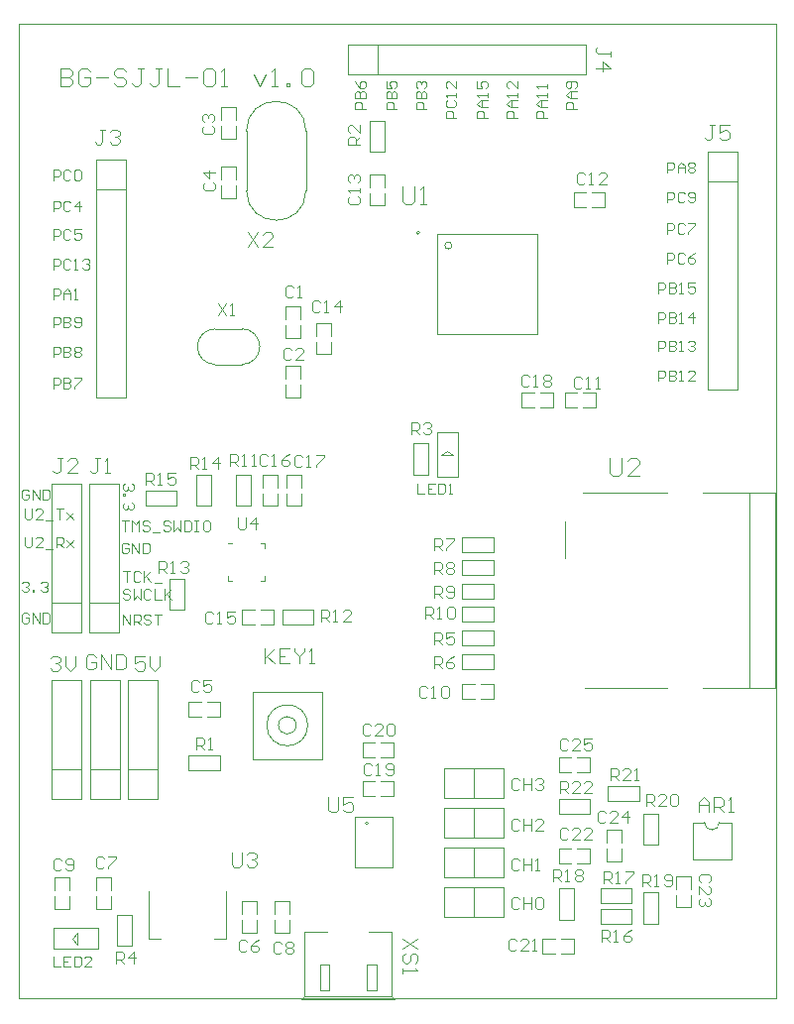
<source format=gto>
G04 Layer_Color=65535*
%FSLAX25Y25*%
%MOIN*%
G70*
G01*
G75*
D31*
X226500Y445000D02*
G03*
X206500Y445000I-10000J0D01*
G01*
Y425000D02*
G03*
X226500Y425000I10000J0D01*
G01*
X247500Y212333D02*
G03*
X247500Y212333I-500J0D01*
G01*
X227123Y245180D02*
G03*
X227123Y245180I-6890J0D01*
G01*
X223183D02*
G03*
X223183Y245180I-2950J0D01*
G01*
X226500Y425000D02*
Y445000D01*
X206500Y425000D02*
Y445000D01*
X154000Y230500D02*
X164000D01*
X154000Y220500D02*
X164000D01*
X154000D02*
Y260500D01*
X164000D01*
Y220500D02*
Y260500D01*
X141000Y230500D02*
X151000D01*
X141000Y220500D02*
X151000D01*
X141000D02*
Y260500D01*
X151000D01*
Y220500D02*
Y260500D01*
X166500Y230500D02*
X176500D01*
X166500Y220500D02*
X176500D01*
X166500D02*
Y260500D01*
X176500D01*
Y220500D02*
Y260500D01*
X283000Y220833D02*
Y230833D01*
X273000Y220833D02*
Y230833D01*
X293000D01*
Y220833D02*
Y230833D01*
X273000Y220833D02*
X293000D01*
X231859Y233595D02*
Y256424D01*
X208635Y233595D02*
X231859D01*
X208635D02*
Y256424D01*
X231859D01*
X283000Y207500D02*
Y217500D01*
X273000Y207500D02*
Y217500D01*
X293000D01*
Y207500D02*
Y217500D01*
X273000Y207500D02*
X293000D01*
X283000Y194167D02*
Y204167D01*
X273000Y194167D02*
Y204167D01*
X293000D01*
Y194167D02*
Y204167D01*
X273000Y194167D02*
X293000D01*
X283000Y180833D02*
Y190833D01*
X273000Y180833D02*
Y190833D01*
X293000D01*
Y180833D02*
Y190833D01*
X273000Y180833D02*
X293000D01*
X141000Y286500D02*
X151000D01*
X141000Y276500D02*
X151000D01*
X141000D02*
Y326500D01*
X151000D01*
Y276500D02*
Y326500D01*
X153500Y286500D02*
X163500D01*
X153500Y276500D02*
X163500D01*
X153500D02*
Y326500D01*
X163500D01*
Y276500D02*
Y326500D01*
X361500Y358000D02*
Y438000D01*
Y358000D02*
X371500D01*
Y438000D01*
X361500D02*
X371500D01*
X361500Y428000D02*
X371500D01*
X156000Y355500D02*
Y435500D01*
Y355500D02*
X166000D01*
Y435500D01*
X156000D02*
X166000D01*
X156000Y425500D02*
X166000D01*
X240500Y464000D02*
X320500D01*
Y474000D01*
X240500D02*
X320500D01*
X240500Y464000D02*
Y474000D01*
X250500Y464000D02*
Y474000D01*
X328500Y334998D02*
Y330000D01*
X329500Y329000D01*
X331499D01*
X332499Y330000D01*
Y334998D01*
X338497Y329000D02*
X334498D01*
X338497Y332999D01*
Y333998D01*
X337497Y334998D01*
X335498D01*
X334498Y333998D01*
X259000Y426498D02*
Y421500D01*
X260000Y420500D01*
X261999D01*
X262999Y421500D01*
Y426498D01*
X264998Y420500D02*
X266997D01*
X265998D01*
Y426498D01*
X264998Y425498D01*
D33*
X360500Y212500D02*
G03*
X365500Y212500I2500J0D01*
G01*
X248000Y448500D02*
X253000D01*
X248000Y438000D02*
Y448500D01*
X253000Y438000D02*
Y448500D01*
X248000Y438000D02*
X253000D01*
X235000Y370000D02*
Y374200D01*
Y376200D02*
Y380400D01*
X230000Y376200D02*
Y380400D01*
Y370000D02*
Y374200D01*
Y370000D02*
X235000D01*
X230000Y380500D02*
X235000D01*
X253000Y420000D02*
Y424200D01*
Y426200D02*
Y430400D01*
X248000Y426200D02*
Y430400D01*
Y420000D02*
Y424200D01*
Y420000D02*
X253000D01*
X248000Y430500D02*
X253000D01*
X316500Y419500D02*
X320700D01*
X322700D02*
X326900D01*
X322700Y424500D02*
X326900D01*
X316500D02*
X320700D01*
X316500Y419500D02*
Y424500D01*
X327000Y419500D02*
Y424500D01*
X319800Y357000D02*
X324000D01*
X313600D02*
X317800D01*
X313600Y352000D02*
X317800D01*
X319800D02*
X324000D01*
Y357000D01*
X313500Y352000D02*
Y357000D01*
X289500Y271900D02*
Y276900D01*
X279000D02*
X289500D01*
X279000Y271900D02*
X289500D01*
X279000D02*
Y276900D01*
X289500Y264000D02*
Y269000D01*
X279000D02*
X289500D01*
X279000Y264000D02*
X289500D01*
X279000D02*
Y269000D01*
Y254000D02*
X283200D01*
X285200D02*
X289400D01*
X285200Y259000D02*
X289400D01*
X279000D02*
X283200D01*
X279000Y254000D02*
Y259000D01*
X289500Y254000D02*
Y259000D01*
Y303500D02*
Y308500D01*
X279000D02*
X289500D01*
X279000Y303500D02*
X289500D01*
X279000D02*
Y308500D01*
X289500Y295600D02*
Y300600D01*
X279000D02*
X289500D01*
X279000Y295600D02*
X289500D01*
X279000D02*
Y300600D01*
X289500Y287700D02*
Y292700D01*
X279000D02*
X289500D01*
X279000Y287700D02*
X289500D01*
X279000D02*
Y292700D01*
X289500Y280000D02*
Y285000D01*
X279000D02*
X289500D01*
X279000Y280000D02*
X289500D01*
X279000D02*
Y285000D01*
X224500Y375500D02*
Y379700D01*
Y381700D02*
Y385900D01*
X219500Y381700D02*
Y385900D01*
Y375500D02*
Y379700D01*
Y375500D02*
X224500D01*
X219500Y386000D02*
X224500D01*
X219500Y361800D02*
Y366000D01*
Y355600D02*
Y359800D01*
X224500Y355600D02*
Y359800D01*
Y361800D02*
Y366000D01*
X219500D02*
X224500D01*
X219500Y355500D02*
X224500D01*
X172500Y319000D02*
Y324000D01*
Y319000D02*
X183000D01*
X172500Y324000D02*
X183000D01*
Y319000D02*
Y324000D01*
X203000Y442500D02*
Y446700D01*
Y448700D02*
Y452900D01*
X198000Y448700D02*
Y452900D01*
Y442500D02*
Y446700D01*
Y442500D02*
X203000D01*
X198000Y453000D02*
X203000D01*
X189500Y329500D02*
X194500D01*
X189500Y319000D02*
Y329500D01*
X194500Y319000D02*
Y329500D01*
X189500Y319000D02*
X194500D01*
X203000Y329500D02*
X208000D01*
X203000Y319000D02*
Y329500D01*
X208000Y319000D02*
Y329500D01*
X203000Y319000D02*
X208000D01*
X225000D02*
Y323200D01*
Y325200D02*
Y329400D01*
X220000Y325200D02*
Y329400D01*
Y319000D02*
Y323200D01*
Y319000D02*
X225000D01*
X220000Y329500D02*
X225000D01*
X217000Y319000D02*
Y323200D01*
Y325200D02*
Y329400D01*
X212000Y325200D02*
Y329400D01*
Y319000D02*
Y323200D01*
Y319000D02*
X217000D01*
X212000Y329500D02*
X217000D01*
X198000Y428800D02*
Y433000D01*
Y422600D02*
Y426800D01*
X203000Y422600D02*
Y426800D01*
Y428800D02*
Y433000D01*
X198000D02*
X203000D01*
X198000Y422500D02*
X203000D01*
X180500Y284000D02*
X185500D01*
Y294500D01*
X180500Y284000D02*
Y294500D01*
X185500D01*
X211300Y284000D02*
X215500D01*
X205100D02*
X209300D01*
X205100Y279000D02*
X209300D01*
X211300D02*
X215500D01*
Y284000D01*
X205000Y279000D02*
Y284000D01*
X218500Y279000D02*
Y284000D01*
Y279000D02*
X229000D01*
X218500Y284000D02*
X229000D01*
Y279000D02*
Y284000D01*
X305300Y357000D02*
X309500D01*
X299100D02*
X303300D01*
X299100Y352000D02*
X303300D01*
X305300D02*
X309500D01*
Y357000D01*
X299000Y352000D02*
Y357000D01*
X262500Y340000D02*
X267500D01*
X262500Y329500D02*
Y340000D01*
X267500Y329500D02*
Y340000D01*
X262500Y329500D02*
X267500D01*
X245500Y234333D02*
X249700D01*
X251700D02*
X255900D01*
X251700Y239333D02*
X255900D01*
X245500D02*
X249700D01*
X245500Y234333D02*
Y239333D01*
X256000Y234333D02*
Y239333D01*
X245500Y221333D02*
X249700D01*
X251700D02*
X255900D01*
X251700Y226333D02*
X255900D01*
X245500D02*
X249700D01*
X245500Y221333D02*
Y226333D01*
X256000Y221333D02*
Y226333D01*
X336000Y178500D02*
Y183500D01*
X325500D02*
X336000D01*
X325500Y178500D02*
X336000D01*
X325500D02*
Y183500D01*
X312300Y173500D02*
X316500D01*
X306100D02*
X310300D01*
X306100Y168500D02*
X310300D01*
X312300D02*
X316500D01*
Y173500D01*
X306000Y168500D02*
Y173500D01*
X311500Y179833D02*
X316500D01*
Y190333D01*
X311500Y179833D02*
Y190333D01*
X316500D01*
X317800Y203833D02*
X322000D01*
X311600D02*
X315800D01*
X311600Y198833D02*
X315800D01*
X317800D02*
X322000D01*
Y203833D01*
X311500Y198833D02*
Y203833D01*
X197500Y230000D02*
Y235000D01*
X187000D02*
X197500D01*
X187000Y230000D02*
X197500D01*
X187000D02*
Y235000D01*
X163000Y171000D02*
X168000D01*
Y181500D01*
X163000Y171000D02*
Y181500D01*
X168000D01*
X325500Y185500D02*
Y190500D01*
Y185500D02*
X336000D01*
X325500Y190500D02*
X336000D01*
Y185500D02*
Y190500D01*
X221000Y175500D02*
Y179700D01*
Y181700D02*
Y185900D01*
X216000Y181700D02*
Y185900D01*
Y175500D02*
Y179700D01*
Y175500D02*
X221000D01*
X216000Y186000D02*
X221000D01*
X210000Y175500D02*
Y179700D01*
Y181700D02*
Y185900D01*
X205000Y181700D02*
Y185900D01*
Y175500D02*
Y179700D01*
Y175500D02*
X210000D01*
X205000Y186000D02*
X210000D01*
X161000Y183500D02*
Y187700D01*
Y189700D02*
Y193900D01*
X156000Y189700D02*
Y193900D01*
Y183500D02*
Y187700D01*
Y183500D02*
X161000D01*
X156000Y194000D02*
X161000D01*
X147000Y183500D02*
Y187700D01*
Y189700D02*
Y193900D01*
X142000Y189700D02*
Y193900D01*
Y183500D02*
Y187700D01*
Y183500D02*
X147000D01*
X142000Y194000D02*
X147000D01*
X340000Y178500D02*
X345000D01*
Y189000D01*
X340000Y178500D02*
Y189000D01*
X345000D01*
X369500Y200000D02*
Y212500D01*
X356500Y200000D02*
X369500D01*
X356500D02*
Y212500D01*
X360500D01*
X365500D02*
X369500D01*
X193300Y253000D02*
X197500D01*
X187100D02*
X191300D01*
X187100Y248000D02*
X191300D01*
X193300D02*
X197500D01*
Y253000D01*
X187000Y248000D02*
Y253000D01*
X338500Y219833D02*
Y224833D01*
X328000D02*
X338500D01*
X328000Y219833D02*
X338500D01*
X328000D02*
Y224833D01*
X356000Y184000D02*
Y188200D01*
Y190200D02*
Y194400D01*
X351000Y190200D02*
Y194400D01*
Y184000D02*
Y188200D01*
Y184000D02*
X356000D01*
X351000Y194500D02*
X356000D01*
X340000Y205000D02*
X345000D01*
Y215500D01*
X340000Y205000D02*
Y215500D01*
X345000D01*
X327500Y205800D02*
Y210000D01*
Y199600D02*
Y203800D01*
X332500Y199600D02*
Y203800D01*
Y205800D02*
Y210000D01*
X327500D02*
X332500D01*
X327500Y199500D02*
X332500D01*
X322000Y215333D02*
Y220333D01*
X311500D02*
X322000D01*
X311500Y215333D02*
X322000D01*
X311500D02*
Y220333D01*
Y229333D02*
X315700D01*
X317700D02*
X321900D01*
X317700Y234333D02*
X321900D01*
X311500D02*
X315700D01*
X311500Y229333D02*
Y234333D01*
X322000Y229333D02*
Y234333D01*
X263998Y173500D02*
X259000Y170168D01*
X263998D02*
X259000Y173500D01*
X263165Y165169D02*
X263998Y166002D01*
Y167669D01*
X263165Y168502D01*
X262332D01*
X261499Y167669D01*
Y166002D01*
X260666Y165169D01*
X259833D01*
X259000Y166002D01*
Y167669D01*
X259833Y168502D01*
X259000Y163503D02*
Y161837D01*
Y162670D01*
X263998D01*
X263165Y163503D01*
X207000Y410998D02*
X210332Y406000D01*
Y410998D02*
X207000Y406000D01*
X215331D02*
X211998D01*
X215331Y409332D01*
Y410165D01*
X214498Y410998D01*
X212831D01*
X211998Y410165D01*
X234000Y220998D02*
Y216833D01*
X234833Y216000D01*
X236499D01*
X237332Y216833D01*
Y220998D01*
X242331D02*
X238998D01*
Y218499D01*
X240665Y219332D01*
X241498D01*
X242331Y218499D01*
Y216833D01*
X241498Y216000D01*
X239831D01*
X238998Y216833D01*
X262000Y343000D02*
Y346999D01*
X263999D01*
X264666Y346332D01*
Y344999D01*
X263999Y344333D01*
X262000D01*
X263333D02*
X264666Y343000D01*
X265999Y346332D02*
X266665Y346999D01*
X267998D01*
X268665Y346332D01*
Y345666D01*
X267998Y344999D01*
X267332D01*
X267998D01*
X268665Y344333D01*
Y343666D01*
X267998Y343000D01*
X266665D01*
X265999Y343666D01*
X218166Y171832D02*
X217499Y172499D01*
X216166D01*
X215500Y171832D01*
Y169167D01*
X216166Y168500D01*
X217499D01*
X218166Y169167D01*
X219499Y171832D02*
X220165Y172499D01*
X221498D01*
X222165Y171832D01*
Y171166D01*
X221498Y170499D01*
X222165Y169833D01*
Y169167D01*
X221498Y168500D01*
X220165D01*
X219499Y169167D01*
Y169833D01*
X220165Y170499D01*
X219499Y171166D01*
Y171832D01*
X220165Y170499D02*
X221498D01*
X206666Y172332D02*
X205999Y172999D01*
X204666D01*
X204000Y172332D01*
Y169667D01*
X204666Y169000D01*
X205999D01*
X206666Y169667D01*
X210665Y172999D02*
X209332Y172332D01*
X207999Y170999D01*
Y169667D01*
X208665Y169000D01*
X209998D01*
X210665Y169667D01*
Y170333D01*
X209998Y170999D01*
X207999D01*
X157282Y334948D02*
X155616D01*
X156449D01*
Y330783D01*
X155616Y329950D01*
X154783D01*
X153950Y330783D01*
X158948Y329950D02*
X160615D01*
X159781D01*
Y334948D01*
X158948Y334115D01*
X144782Y334948D02*
X143116D01*
X143949D01*
Y330783D01*
X143116Y329950D01*
X142283D01*
X141450Y330783D01*
X149781Y329950D02*
X146448D01*
X149781Y333282D01*
Y334115D01*
X148948Y334948D01*
X147281D01*
X146448Y334115D01*
X212500Y270998D02*
Y266000D01*
Y267666D01*
X215832Y270998D01*
X213333Y268499D01*
X215832Y266000D01*
X220831Y270998D02*
X217498D01*
Y266000D01*
X220831D01*
X217498Y268499D02*
X219164D01*
X222497Y270998D02*
Y270165D01*
X224163Y268499D01*
X225829Y270165D01*
Y270998D01*
X224163Y268499D02*
Y266000D01*
X227495D02*
X229161D01*
X228328D01*
Y270998D01*
X227495Y270165D01*
X172332Y268498D02*
X169000D01*
Y265999D01*
X170666Y266832D01*
X171499D01*
X172332Y265999D01*
Y264333D01*
X171499Y263500D01*
X169833D01*
X169000Y264333D01*
X173998Y268498D02*
Y265166D01*
X175664Y263500D01*
X177331Y265166D01*
Y268498D01*
X140500Y267665D02*
X141333Y268498D01*
X142999D01*
X143832Y267665D01*
Y266832D01*
X142999Y265999D01*
X142166D01*
X142999D01*
X143832Y265166D01*
Y264333D01*
X142999Y263500D01*
X141333D01*
X140500Y264333D01*
X145498Y268498D02*
Y265166D01*
X147164Y263500D01*
X148831Y265166D01*
Y268498D01*
X155832Y268165D02*
X154999Y268998D01*
X153333D01*
X152500Y268165D01*
Y264833D01*
X153333Y264000D01*
X154999D01*
X155832Y264833D01*
Y266499D01*
X154166D01*
X157498Y264000D02*
Y268998D01*
X160831Y264000D01*
Y268998D01*
X162497D02*
Y264000D01*
X164996D01*
X165829Y264833D01*
Y268165D01*
X164996Y268998D01*
X162497D01*
X201500Y202498D02*
Y198333D01*
X202333Y197500D01*
X203999D01*
X204832Y198333D01*
Y202498D01*
X206498Y201665D02*
X207331Y202498D01*
X208998D01*
X209831Y201665D01*
Y200832D01*
X208998Y199999D01*
X208165D01*
X208998D01*
X209831Y199166D01*
Y198333D01*
X208998Y197500D01*
X207331D01*
X206498Y198333D01*
X158832Y445498D02*
X157166D01*
X157999D01*
Y441333D01*
X157166Y440500D01*
X156333D01*
X155500Y441333D01*
X160498Y444665D02*
X161331Y445498D01*
X162998D01*
X163831Y444665D01*
Y443832D01*
X162998Y442999D01*
X162164D01*
X162998D01*
X163831Y442166D01*
Y441333D01*
X162998Y440500D01*
X161331D01*
X160498Y441333D01*
X328948Y470218D02*
Y471884D01*
Y471051D01*
X324783D01*
X323950Y471884D01*
Y472717D01*
X324783Y473550D01*
X323950Y466052D02*
X328948D01*
X326449Y468552D01*
Y465219D01*
X363832Y446998D02*
X362166D01*
X362999D01*
Y442833D01*
X362166Y442000D01*
X361333D01*
X360500Y442833D01*
X368831Y446998D02*
X365498D01*
Y444499D01*
X367164Y445332D01*
X367998D01*
X368831Y444499D01*
Y442833D01*
X367998Y442000D01*
X366331D01*
X365498Y442833D01*
X144000Y465998D02*
Y460000D01*
X146999D01*
X147999Y461000D01*
Y461999D01*
X146999Y462999D01*
X144000D01*
X146999D01*
X147999Y463999D01*
Y464998D01*
X146999Y465998D01*
X144000D01*
X153997Y464998D02*
X152997Y465998D01*
X150998D01*
X149998Y464998D01*
Y461000D01*
X150998Y460000D01*
X152997D01*
X153997Y461000D01*
Y462999D01*
X151997D01*
X155996D02*
X159995D01*
X165993Y464998D02*
X164993Y465998D01*
X162994D01*
X161994Y464998D01*
Y463999D01*
X162994Y462999D01*
X164993D01*
X165993Y461999D01*
Y461000D01*
X164993Y460000D01*
X162994D01*
X161994Y461000D01*
X171991Y465998D02*
X169992D01*
X170991D01*
Y461000D01*
X169992Y460000D01*
X168992D01*
X167992Y461000D01*
X177989Y465998D02*
X175990D01*
X176989D01*
Y461000D01*
X175990Y460000D01*
X174990D01*
X173990Y461000D01*
X179988Y465998D02*
Y460000D01*
X183987D01*
X185986Y462999D02*
X189985D01*
X191984Y464998D02*
X192984Y465998D01*
X194983D01*
X195983Y464998D01*
Y461000D01*
X194983Y460000D01*
X192984D01*
X191984Y461000D01*
Y464998D01*
X197983Y460000D02*
X199982D01*
X198982D01*
Y465998D01*
X197983Y464998D01*
X208979Y463999D02*
X210978Y460000D01*
X212978Y463999D01*
X214977Y460000D02*
X216976D01*
X215977D01*
Y465998D01*
X214977Y464998D01*
X219975Y460000D02*
Y461000D01*
X220975D01*
Y460000D01*
X219975D01*
X224974Y464998D02*
X225974Y465998D01*
X227973D01*
X228973Y464998D01*
Y461000D01*
X227973Y460000D01*
X225974D01*
X224974Y461000D01*
Y464998D01*
X384500Y153500D02*
Y191500D01*
X331000Y153500D02*
X384500D01*
X130000Y481000D02*
X384500D01*
Y406000D02*
Y481000D01*
X130000Y153500D02*
X331000D01*
X130000D02*
Y481000D01*
X384500Y191500D02*
Y406000D01*
D48*
X275590Y406490D02*
G03*
X275590Y406470I-1181J-10D01*
G01*
D49*
X264860Y410820D02*
G03*
X264860Y410810I-591J-5D01*
G01*
X173500Y173500D02*
Y189500D01*
X199500Y173500D02*
Y189500D01*
X173500Y173500D02*
X177500D01*
X195500D02*
X199500D01*
D50*
X211000Y372500D02*
G03*
X205000Y378500I-6000J0D01*
G01*
Y366500D02*
G03*
X211000Y372500I0J6000D01*
G01*
X190000D02*
G03*
X196000Y366500I6000J0D01*
G01*
Y378500D02*
G03*
X190000Y372500I0J-6000D01*
G01*
X272000Y336001D02*
X274000Y337501D01*
X276000Y336001D01*
X272000D02*
X276000D01*
X270500Y328851D02*
Y343851D01*
X274000Y328851D02*
X277500D01*
Y343851D01*
X270500D02*
X277500D01*
X270500Y328851D02*
X274000D01*
X270500Y343851D02*
Y343855D01*
X147999Y173500D02*
X149499Y171500D01*
X147999Y173500D02*
X149499Y175500D01*
Y171500D02*
Y175500D01*
X141649Y170000D02*
X156649D01*
Y173500D02*
Y177000D01*
X141649D02*
X156649D01*
X141649Y170000D02*
Y177000D01*
X156649Y170000D02*
Y173500D01*
X141645Y170000D02*
X141649D01*
X196000Y366500D02*
X205000D01*
X196000Y378500D02*
X205000D01*
X203500Y314999D02*
Y311666D01*
X204167Y311000D01*
X205499D01*
X206166Y311666D01*
Y314999D01*
X209498Y311000D02*
Y314999D01*
X207499Y312999D01*
X210164D01*
X312000Y222333D02*
Y226332D01*
X313999D01*
X314666Y225666D01*
Y224333D01*
X313999Y223666D01*
X312000D01*
X313333D02*
X314666Y222333D01*
X318665D02*
X315999D01*
X318665Y224999D01*
Y225666D01*
X317998Y226332D01*
X316665D01*
X315999Y225666D01*
X322663Y222333D02*
X319997D01*
X322663Y224999D01*
Y225666D01*
X321997Y226332D01*
X320664D01*
X319997Y225666D01*
X329000Y226833D02*
Y230832D01*
X330999D01*
X331666Y230166D01*
Y228833D01*
X330999Y228166D01*
X329000D01*
X330333D02*
X331666Y226833D01*
X335665D02*
X332999D01*
X335665Y229499D01*
Y230166D01*
X334998Y230832D01*
X333665D01*
X332999Y230166D01*
X336997Y226833D02*
X338330D01*
X337664D01*
Y230832D01*
X336997Y230166D01*
X341000Y218000D02*
Y221999D01*
X342999D01*
X343666Y221332D01*
Y219999D01*
X342999Y219333D01*
X341000D01*
X342333D02*
X343666Y218000D01*
X347664D02*
X344999D01*
X347664Y220666D01*
Y221332D01*
X346998Y221999D01*
X345665D01*
X344999Y221332D01*
X348997D02*
X349664Y221999D01*
X350997D01*
X351663Y221332D01*
Y218666D01*
X350997Y218000D01*
X349664D01*
X348997Y218666D01*
Y221332D01*
X339500Y191000D02*
Y194999D01*
X341499D01*
X342166Y194332D01*
Y192999D01*
X341499Y192333D01*
X339500D01*
X340833D02*
X342166Y191000D01*
X343499D02*
X344832D01*
X344165D01*
Y194999D01*
X343499Y194332D01*
X346831Y191666D02*
X347497Y191000D01*
X348830D01*
X349497Y191666D01*
Y194332D01*
X348830Y194999D01*
X347497D01*
X346831Y194332D01*
Y193666D01*
X347497Y192999D01*
X349497D01*
X309500Y192833D02*
Y196832D01*
X311499D01*
X312166Y196166D01*
Y194833D01*
X311499Y194166D01*
X309500D01*
X310833D02*
X312166Y192833D01*
X313499D02*
X314832D01*
X314165D01*
Y196832D01*
X313499Y196166D01*
X316831D02*
X317497Y196832D01*
X318830D01*
X319497Y196166D01*
Y195499D01*
X318830Y194833D01*
X319497Y194166D01*
Y193500D01*
X318830Y192833D01*
X317497D01*
X316831Y193500D01*
Y194166D01*
X317497Y194833D01*
X316831Y195499D01*
Y196166D01*
X317497Y194833D02*
X318830D01*
X326500Y192000D02*
Y195999D01*
X328499D01*
X329166Y195332D01*
Y193999D01*
X328499Y193333D01*
X326500D01*
X327833D02*
X329166Y192000D01*
X330499D02*
X331832D01*
X331165D01*
Y195999D01*
X330499Y195332D01*
X333831Y195999D02*
X336497D01*
Y195332D01*
X333831Y192666D01*
Y192000D01*
X326000Y172500D02*
Y176499D01*
X327999D01*
X328666Y175832D01*
Y174499D01*
X327999Y173833D01*
X326000D01*
X327333D02*
X328666Y172500D01*
X329999D02*
X331332D01*
X330665D01*
Y176499D01*
X329999Y175832D01*
X335997Y176499D02*
X334664Y175832D01*
X333331Y174499D01*
Y173167D01*
X333997Y172500D01*
X335330D01*
X335997Y173167D01*
Y173833D01*
X335330Y174499D01*
X333331D01*
X172500Y326000D02*
Y329999D01*
X174499D01*
X175166Y329332D01*
Y327999D01*
X174499Y327333D01*
X172500D01*
X173833D02*
X175166Y326000D01*
X176499D02*
X177832D01*
X177165D01*
Y329999D01*
X176499Y329332D01*
X182497Y329999D02*
X179831D01*
Y327999D01*
X181164Y328666D01*
X181830D01*
X182497Y327999D01*
Y326666D01*
X181830Y326000D01*
X180497D01*
X179831Y326666D01*
X187500Y331500D02*
Y335499D01*
X189499D01*
X190166Y334832D01*
Y333499D01*
X189499Y332833D01*
X187500D01*
X188833D02*
X190166Y331500D01*
X191499D02*
X192832D01*
X192165D01*
Y335499D01*
X191499Y334832D01*
X196830Y331500D02*
Y335499D01*
X194831Y333499D01*
X197497D01*
X177000Y296500D02*
Y300499D01*
X178999D01*
X179666Y299832D01*
Y298499D01*
X178999Y297833D01*
X177000D01*
X178333D02*
X179666Y296500D01*
X180999D02*
X182332D01*
X181665D01*
Y300499D01*
X180999Y299832D01*
X184331D02*
X184997Y300499D01*
X186330D01*
X186997Y299832D01*
Y299166D01*
X186330Y298499D01*
X185664D01*
X186330D01*
X186997Y297833D01*
Y297166D01*
X186330Y296500D01*
X184997D01*
X184331Y297166D01*
X231500Y280000D02*
Y283999D01*
X233499D01*
X234166Y283332D01*
Y281999D01*
X233499Y281333D01*
X231500D01*
X232833D02*
X234166Y280000D01*
X235499D02*
X236832D01*
X236165D01*
Y283999D01*
X235499Y283332D01*
X241497Y280000D02*
X238831D01*
X241497Y282666D01*
Y283332D01*
X240830Y283999D01*
X239497D01*
X238831Y283332D01*
X201000Y332500D02*
Y336499D01*
X202999D01*
X203666Y335832D01*
Y334499D01*
X202999Y333833D01*
X201000D01*
X202333D02*
X203666Y332500D01*
X204999D02*
X206332D01*
X205665D01*
Y336499D01*
X204999Y335832D01*
X208331Y332500D02*
X209664D01*
X208997D01*
Y336499D01*
X208331Y335832D01*
X266500Y281000D02*
Y284999D01*
X268499D01*
X269166Y284332D01*
Y282999D01*
X268499Y282333D01*
X266500D01*
X267833D02*
X269166Y281000D01*
X270499D02*
X271832D01*
X271165D01*
Y284999D01*
X270499Y284332D01*
X273831D02*
X274497Y284999D01*
X275830D01*
X276497Y284332D01*
Y281666D01*
X275830Y281000D01*
X274497D01*
X273831Y281666D01*
Y284332D01*
X269500Y288200D02*
Y292199D01*
X271499D01*
X272166Y291532D01*
Y290199D01*
X271499Y289533D01*
X269500D01*
X270833D02*
X272166Y288200D01*
X273499Y288866D02*
X274165Y288200D01*
X275498D01*
X276165Y288866D01*
Y291532D01*
X275498Y292199D01*
X274165D01*
X273499Y291532D01*
Y290866D01*
X274165Y290199D01*
X276165D01*
X269500Y296100D02*
Y300099D01*
X271499D01*
X272166Y299432D01*
Y298099D01*
X271499Y297433D01*
X269500D01*
X270833D02*
X272166Y296100D01*
X273499Y299432D02*
X274165Y300099D01*
X275498D01*
X276165Y299432D01*
Y298766D01*
X275498Y298099D01*
X276165Y297433D01*
Y296766D01*
X275498Y296100D01*
X274165D01*
X273499Y296766D01*
Y297433D01*
X274165Y298099D01*
X273499Y298766D01*
Y299432D01*
X274165Y298099D02*
X275498D01*
X269500Y304000D02*
Y307999D01*
X271499D01*
X272166Y307332D01*
Y305999D01*
X271499Y305333D01*
X269500D01*
X270833D02*
X272166Y304000D01*
X273499Y307999D02*
X276165D01*
Y307332D01*
X273499Y304666D01*
Y304000D01*
X269500Y264500D02*
Y268499D01*
X271499D01*
X272166Y267832D01*
Y266499D01*
X271499Y265833D01*
X269500D01*
X270833D02*
X272166Y264500D01*
X276165Y268499D02*
X274832Y267832D01*
X273499Y266499D01*
Y265166D01*
X274165Y264500D01*
X275498D01*
X276165Y265166D01*
Y265833D01*
X275498Y266499D01*
X273499D01*
X269500Y272400D02*
Y276399D01*
X271499D01*
X272166Y275732D01*
Y274399D01*
X271499Y273733D01*
X269500D01*
X270833D02*
X272166Y272400D01*
X276165Y276399D02*
X273499D01*
Y274399D01*
X274832Y275066D01*
X275498D01*
X276165Y274399D01*
Y273066D01*
X275498Y272400D01*
X274165D01*
X273499Y273066D01*
X162500Y165000D02*
Y168999D01*
X164499D01*
X165166Y168332D01*
Y166999D01*
X164499Y166333D01*
X162500D01*
X163833D02*
X165166Y165000D01*
X168498D02*
Y168999D01*
X166499Y166999D01*
X169165D01*
X244500Y440500D02*
X240501D01*
Y442499D01*
X241168Y443166D01*
X242501D01*
X243167Y442499D01*
Y440500D01*
Y441833D02*
X244500Y443166D01*
Y447164D02*
Y444499D01*
X241834Y447164D01*
X241168D01*
X240501Y446498D01*
Y445165D01*
X241168Y444499D01*
X189500Y237000D02*
Y240999D01*
X191499D01*
X192166Y240332D01*
Y238999D01*
X191499Y238333D01*
X189500D01*
X190833D02*
X192166Y237000D01*
X193499D02*
X194832D01*
X194165D01*
Y240999D01*
X193499Y240332D01*
X264000Y326499D02*
Y323000D01*
X266333D01*
X269831Y326499D02*
X267499D01*
Y323000D01*
X269831D01*
X267499Y324749D02*
X268665D01*
X270998Y326499D02*
Y323000D01*
X272747D01*
X273330Y323583D01*
Y325916D01*
X272747Y326499D01*
X270998D01*
X274497Y323000D02*
X275663D01*
X275080D01*
Y326499D01*
X274497Y325916D01*
X314666Y240166D02*
X313999Y240832D01*
X312666D01*
X312000Y240166D01*
Y237500D01*
X312666Y236833D01*
X313999D01*
X314666Y237500D01*
X318665Y236833D02*
X315999D01*
X318665Y239499D01*
Y240166D01*
X317998Y240832D01*
X316665D01*
X315999Y240166D01*
X322663Y240832D02*
X319997D01*
Y238833D01*
X321330Y239499D01*
X321997D01*
X322663Y238833D01*
Y237500D01*
X321997Y236833D01*
X320664D01*
X319997Y237500D01*
X327166Y215832D02*
X326499Y216499D01*
X325166D01*
X324500Y215832D01*
Y213166D01*
X325166Y212500D01*
X326499D01*
X327166Y213166D01*
X331165Y212500D02*
X328499D01*
X331165Y215166D01*
Y215832D01*
X330498Y216499D01*
X329165D01*
X328499Y215832D01*
X334497Y212500D02*
Y216499D01*
X332497Y214499D01*
X335163D01*
X361832Y192334D02*
X362499Y193001D01*
Y194334D01*
X361832Y195000D01*
X359166D01*
X358500Y194334D01*
Y193001D01*
X359166Y192334D01*
X358500Y188336D02*
Y191001D01*
X361166Y188336D01*
X361832D01*
X362499Y189002D01*
Y190335D01*
X361832Y191001D01*
Y187003D02*
X362499Y186336D01*
Y185003D01*
X361832Y184337D01*
X361166D01*
X360499Y185003D01*
Y185670D01*
Y185003D01*
X359833Y184337D01*
X359166D01*
X358500Y185003D01*
Y186336D01*
X359166Y187003D01*
X314666Y210166D02*
X313999Y210832D01*
X312666D01*
X312000Y210166D01*
Y207500D01*
X312666Y206833D01*
X313999D01*
X314666Y207500D01*
X318665Y206833D02*
X315999D01*
X318665Y209499D01*
Y210166D01*
X317998Y210832D01*
X316665D01*
X315999Y210166D01*
X322663Y206833D02*
X319997D01*
X322663Y209499D01*
Y210166D01*
X321997Y210832D01*
X320664D01*
X319997Y210166D01*
X297166Y172832D02*
X296499Y173499D01*
X295166D01*
X294500Y172832D01*
Y170167D01*
X295166Y169500D01*
X296499D01*
X297166Y170167D01*
X301165Y169500D02*
X298499D01*
X301165Y172166D01*
Y172832D01*
X300498Y173499D01*
X299165D01*
X298499Y172832D01*
X302497Y169500D02*
X303830D01*
X303164D01*
Y173499D01*
X302497Y172832D01*
X248166Y245166D02*
X247499Y245832D01*
X246166D01*
X245500Y245166D01*
Y242500D01*
X246166Y241833D01*
X247499D01*
X248166Y242500D01*
X252165Y241833D02*
X249499D01*
X252165Y244499D01*
Y245166D01*
X251498Y245832D01*
X250165D01*
X249499Y245166D01*
X253497D02*
X254164Y245832D01*
X255497D01*
X256163Y245166D01*
Y242500D01*
X255497Y241833D01*
X254164D01*
X253497Y242500D01*
Y245166D01*
X248666Y231666D02*
X247999Y232332D01*
X246666D01*
X246000Y231666D01*
Y229000D01*
X246666Y228333D01*
X247999D01*
X248666Y229000D01*
X249999Y228333D02*
X251332D01*
X250665D01*
Y232332D01*
X249999Y231666D01*
X253331Y229000D02*
X253997Y228333D01*
X255330D01*
X255997Y229000D01*
Y231666D01*
X255330Y232332D01*
X253997D01*
X253331Y231666D01*
Y230999D01*
X253997Y230333D01*
X255997D01*
X301666Y362332D02*
X300999Y362999D01*
X299666D01*
X299000Y362332D01*
Y359666D01*
X299666Y359000D01*
X300999D01*
X301666Y359666D01*
X302999Y359000D02*
X304332D01*
X303665D01*
Y362999D01*
X302999Y362332D01*
X306331D02*
X306997Y362999D01*
X308330D01*
X308997Y362332D01*
Y361666D01*
X308330Y360999D01*
X308997Y360333D01*
Y359666D01*
X308330Y359000D01*
X306997D01*
X306331Y359666D01*
Y360333D01*
X306997Y360999D01*
X306331Y361666D01*
Y362332D01*
X306997Y360999D02*
X308330D01*
X225166Y335332D02*
X224499Y335999D01*
X223166D01*
X222500Y335332D01*
Y332666D01*
X223166Y332000D01*
X224499D01*
X225166Y332666D01*
X226499Y332000D02*
X227832D01*
X227165D01*
Y335999D01*
X226499Y335332D01*
X229831Y335999D02*
X232497D01*
Y335332D01*
X229831Y332666D01*
Y332000D01*
X213666Y335832D02*
X212999Y336499D01*
X211666D01*
X211000Y335832D01*
Y333166D01*
X211666Y332500D01*
X212999D01*
X213666Y333166D01*
X214999Y332500D02*
X216332D01*
X215665D01*
Y336499D01*
X214999Y335832D01*
X220997Y336499D02*
X219664Y335832D01*
X218331Y334499D01*
Y333166D01*
X218997Y332500D01*
X220330D01*
X220997Y333166D01*
Y333833D01*
X220330Y334499D01*
X218331D01*
X195166Y282832D02*
X194499Y283499D01*
X193166D01*
X192500Y282832D01*
Y280166D01*
X193166Y279500D01*
X194499D01*
X195166Y280166D01*
X196499Y279500D02*
X197832D01*
X197165D01*
Y283499D01*
X196499Y282832D01*
X202497Y283499D02*
X199831D01*
Y281499D01*
X201164Y282166D01*
X201830D01*
X202497Y281499D01*
Y280166D01*
X201830Y279500D01*
X200497D01*
X199831Y280166D01*
X231166Y387332D02*
X230499Y387999D01*
X229166D01*
X228500Y387332D01*
Y384666D01*
X229166Y384000D01*
X230499D01*
X231166Y384666D01*
X232499Y384000D02*
X233832D01*
X233165D01*
Y387999D01*
X232499Y387332D01*
X237830Y384000D02*
Y387999D01*
X235831Y385999D01*
X238497D01*
X241168Y423166D02*
X240501Y422499D01*
Y421166D01*
X241168Y420500D01*
X243834D01*
X244500Y421166D01*
Y422499D01*
X243834Y423166D01*
X244500Y424499D02*
Y425832D01*
Y425165D01*
X240501D01*
X241168Y424499D01*
Y427831D02*
X240501Y428497D01*
Y429830D01*
X241168Y430497D01*
X241834D01*
X242501Y429830D01*
Y429164D01*
Y429830D01*
X243167Y430497D01*
X243834D01*
X244500Y429830D01*
Y428497D01*
X243834Y427831D01*
X320166Y430332D02*
X319499Y430999D01*
X318166D01*
X317500Y430332D01*
Y427666D01*
X318166Y427000D01*
X319499D01*
X320166Y427666D01*
X321499Y427000D02*
X322832D01*
X322165D01*
Y430999D01*
X321499Y430332D01*
X327497Y427000D02*
X324831D01*
X327497Y429666D01*
Y430332D01*
X326830Y430999D01*
X325497D01*
X324831Y430332D01*
X319166Y361832D02*
X318499Y362499D01*
X317166D01*
X316500Y361832D01*
Y359166D01*
X317166Y358500D01*
X318499D01*
X319166Y359166D01*
X320499Y358500D02*
X321832D01*
X321165D01*
Y362499D01*
X320499Y361832D01*
X323831Y358500D02*
X325164D01*
X324497D01*
Y362499D01*
X323831Y361832D01*
X267166Y257832D02*
X266499Y258499D01*
X265166D01*
X264500Y257832D01*
Y255166D01*
X265166Y254500D01*
X266499D01*
X267166Y255166D01*
X268499Y254500D02*
X269832D01*
X269165D01*
Y258499D01*
X268499Y257832D01*
X271831D02*
X272497Y258499D01*
X273830D01*
X274497Y257832D01*
Y255166D01*
X273830Y254500D01*
X272497D01*
X271831Y255166D01*
Y257832D01*
X144166Y199832D02*
X143499Y200499D01*
X142166D01*
X141500Y199832D01*
Y197167D01*
X142166Y196500D01*
X143499D01*
X144166Y197167D01*
X145499D02*
X146165Y196500D01*
X147498D01*
X148164Y197167D01*
Y199832D01*
X147498Y200499D01*
X146165D01*
X145499Y199832D01*
Y199166D01*
X146165Y198499D01*
X148164D01*
X158666Y200332D02*
X157999Y200999D01*
X156667D01*
X156000Y200332D01*
Y197667D01*
X156667Y197000D01*
X157999D01*
X158666Y197667D01*
X159999Y200999D02*
X162664D01*
Y200332D01*
X159999Y197667D01*
Y197000D01*
X190666Y259832D02*
X189999Y260499D01*
X188666D01*
X188000Y259832D01*
Y257166D01*
X188666Y256500D01*
X189999D01*
X190666Y257166D01*
X194665Y260499D02*
X191999D01*
Y258499D01*
X193332Y259166D01*
X193998D01*
X194665Y258499D01*
Y257166D01*
X193998Y256500D01*
X192665D01*
X191999Y257166D01*
X192668Y427666D02*
X192001Y426999D01*
Y425666D01*
X192668Y425000D01*
X195334D01*
X196000Y425666D01*
Y426999D01*
X195334Y427666D01*
X196000Y430998D02*
X192001D01*
X194001Y428999D01*
Y431665D01*
X192168Y446666D02*
X191501Y445999D01*
Y444666D01*
X192168Y444000D01*
X194834D01*
X195500Y444666D01*
Y445999D01*
X194834Y446666D01*
X192168Y447999D02*
X191501Y448665D01*
Y449998D01*
X192168Y450665D01*
X192834D01*
X193501Y449998D01*
Y449332D01*
Y449998D01*
X194167Y450665D01*
X194834D01*
X195500Y449998D01*
Y448665D01*
X194834Y447999D01*
X221666Y371332D02*
X220999Y371999D01*
X219666D01*
X219000Y371332D01*
Y368666D01*
X219666Y368000D01*
X220999D01*
X221666Y368666D01*
X225664Y368000D02*
X222999D01*
X225664Y370666D01*
Y371332D01*
X224998Y371999D01*
X223665D01*
X222999Y371332D01*
X222166Y392332D02*
X221499Y392999D01*
X220166D01*
X219500Y392332D01*
Y389666D01*
X220166Y389000D01*
X221499D01*
X222166Y389666D01*
X223499Y389000D02*
X224832D01*
X224165D01*
Y392999D01*
X223499Y392332D01*
X358500Y216000D02*
Y219332D01*
X360166Y220998D01*
X361832Y219332D01*
Y216000D01*
Y218499D01*
X358500D01*
X363498Y216000D02*
Y220998D01*
X365998D01*
X366831Y220165D01*
Y218499D01*
X365998Y217666D01*
X363498D01*
X365164D02*
X366831Y216000D01*
X368497D02*
X370163D01*
X369330D01*
Y220998D01*
X368497Y220165D01*
X298166Y186666D02*
X297499Y187332D01*
X296166D01*
X295500Y186666D01*
Y184000D01*
X296166Y183333D01*
X297499D01*
X298166Y184000D01*
X299499Y187332D02*
Y183333D01*
Y185333D01*
X302165D01*
Y187332D01*
Y183333D01*
X303497Y186666D02*
X304164Y187332D01*
X305497D01*
X306163Y186666D01*
Y184000D01*
X305497Y183333D01*
X304164D01*
X303497Y184000D01*
Y186666D01*
X298166Y199666D02*
X297499Y200332D01*
X296166D01*
X295500Y199666D01*
Y197000D01*
X296166Y196333D01*
X297499D01*
X298166Y197000D01*
X299499Y200332D02*
Y196333D01*
Y198333D01*
X302165D01*
Y200332D01*
Y196333D01*
X303497D02*
X304830D01*
X304164D01*
Y200332D01*
X303497Y199666D01*
X298166Y213166D02*
X297499Y213832D01*
X296166D01*
X295500Y213166D01*
Y210500D01*
X296166Y209833D01*
X297499D01*
X298166Y210500D01*
X299499Y213832D02*
Y209833D01*
Y211833D01*
X302165D01*
Y213832D01*
Y209833D01*
X306163D02*
X303497D01*
X306163Y212499D01*
Y213166D01*
X305497Y213832D01*
X304164D01*
X303497Y213166D01*
X298166Y226666D02*
X297499Y227332D01*
X296166D01*
X295500Y226666D01*
Y224000D01*
X296166Y223333D01*
X297499D01*
X298166Y224000D01*
X299499Y227332D02*
Y223333D01*
Y225333D01*
X302165D01*
Y227332D01*
Y223333D01*
X303497Y226666D02*
X304164Y227332D01*
X305497D01*
X306163Y226666D01*
Y225999D01*
X305497Y225333D01*
X304830D01*
X305497D01*
X306163Y224666D01*
Y224000D01*
X305497Y223333D01*
X304164D01*
X303497Y224000D01*
D51*
X224952Y152931D02*
X226133Y154112D01*
X256054Y152931D02*
X256448D01*
X256448Y152931D01*
Y152931D01*
X255267Y154112D02*
X256448Y152931D01*
X224952Y152931D02*
X256054D01*
Y152931D01*
X234401Y156081D02*
Y164742D01*
X231251Y156081D02*
Y164742D01*
X226133Y175766D02*
X233613D01*
X226133Y154112D02*
Y175766D01*
Y154112D02*
X255267D01*
X226133D02*
Y175766D01*
X255267Y154112D02*
Y175766D01*
X231251Y164742D02*
X234401D01*
X231251Y156081D02*
X234401D01*
X246999D02*
X250149D01*
X246999Y164742D02*
X250149D01*
Y156081D02*
Y164742D01*
X246999Y156081D02*
Y164742D01*
X247787Y175766D02*
X255267D01*
D52*
X200204Y306297D02*
X201775D01*
X212794Y304728D02*
Y306297D01*
X211225D02*
X212794D01*
Y293698D02*
Y295278D01*
X211225Y293698D02*
X212794D01*
X200204D02*
Y295278D01*
Y293698D02*
X201775D01*
D53*
X313747Y313670D02*
X313751Y301469D01*
X319656Y323516D02*
X348003D01*
X320444Y257768D02*
X348003D01*
X359813Y323516D02*
X375561D01*
Y257768D02*
Y323516D01*
X359813Y257768D02*
X375561D01*
Y323516D02*
X384223D01*
Y257768D02*
Y323516D01*
X375561Y257768D02*
X384223D01*
D54*
X243000Y197333D02*
Y214333D01*
X255598D01*
Y197333D02*
Y214333D01*
X243000Y197333D02*
X255598D01*
D55*
X270768Y410232D02*
X304232D01*
X270768Y376768D02*
Y410232D01*
Y376768D02*
X304232D01*
Y410232D01*
D56*
X133333Y282416D02*
X132749Y282999D01*
X131583D01*
X131000Y282416D01*
Y280083D01*
X131583Y279500D01*
X132749D01*
X133333Y280083D01*
Y281249D01*
X132166D01*
X134499Y279500D02*
Y282999D01*
X136831Y279500D01*
Y282999D01*
X137998D02*
Y279500D01*
X139747D01*
X140330Y280083D01*
Y282416D01*
X139747Y282999D01*
X137998D01*
X133333Y323916D02*
X132749Y324499D01*
X131583D01*
X131000Y323916D01*
Y321583D01*
X131583Y321000D01*
X132749D01*
X133333Y321583D01*
Y322749D01*
X132166D01*
X134499Y321000D02*
Y324499D01*
X136831Y321000D01*
Y324499D01*
X137998D02*
Y321000D01*
X139747D01*
X140330Y321583D01*
Y323916D01*
X139747Y324499D01*
X137998D01*
X166833Y305916D02*
X166249Y306499D01*
X165083D01*
X164500Y305916D01*
Y303583D01*
X165083Y303000D01*
X166249D01*
X166833Y303583D01*
Y304749D01*
X165666D01*
X167999Y303000D02*
Y306499D01*
X170331Y303000D01*
Y306499D01*
X171498D02*
Y303000D01*
X173247D01*
X173830Y303583D01*
Y305916D01*
X173247Y306499D01*
X171498D01*
X165000Y296981D02*
X167333D01*
X166166D01*
Y293482D01*
X170831Y296397D02*
X170248Y296981D01*
X169082D01*
X168499Y296397D01*
Y294065D01*
X169082Y293482D01*
X170248D01*
X170831Y294065D01*
X171998Y296981D02*
Y293482D01*
Y294648D01*
X174330Y296981D01*
X172581Y295231D01*
X174330Y293482D01*
X175497Y292899D02*
X177829D01*
X167333Y290416D02*
X166749Y290999D01*
X165583D01*
X165000Y290416D01*
Y289833D01*
X165583Y289249D01*
X166749D01*
X167333Y288666D01*
Y288083D01*
X166749Y287500D01*
X165583D01*
X165000Y288083D01*
X168499Y290999D02*
Y287500D01*
X169665Y288666D01*
X170831Y287500D01*
Y290999D01*
X174330Y290416D02*
X173747Y290999D01*
X172581D01*
X171998Y290416D01*
Y288083D01*
X172581Y287500D01*
X173747D01*
X174330Y288083D01*
X175497Y290999D02*
Y287500D01*
X177829D01*
X178996Y290999D02*
Y287500D01*
Y288666D01*
X181328Y290999D01*
X179579Y289249D01*
X181328Y287500D01*
X197000Y386999D02*
X199666Y383000D01*
Y386999D02*
X197000Y383000D01*
X200999D02*
X202332D01*
X201665D01*
Y386999D01*
X200999Y386332D01*
X132000Y317999D02*
Y315083D01*
X132583Y314500D01*
X133749D01*
X134333Y315083D01*
Y317999D01*
X137831Y314500D02*
X135499D01*
X137831Y316833D01*
Y317416D01*
X137248Y317999D01*
X136082D01*
X135499Y317416D01*
X138998Y313917D02*
X141330D01*
X142497Y317999D02*
X144829D01*
X143663D01*
Y314500D01*
X145995Y316833D02*
X148328Y314500D01*
X147162Y315666D01*
X148328Y316833D01*
X145995Y314500D01*
X132000Y308499D02*
Y305583D01*
X132583Y305000D01*
X133749D01*
X134333Y305583D01*
Y308499D01*
X137831Y305000D02*
X135499D01*
X137831Y307333D01*
Y307916D01*
X137248Y308499D01*
X136082D01*
X135499Y307916D01*
X138998Y304417D02*
X141330D01*
X142497Y305000D02*
Y308499D01*
X144246D01*
X144829Y307916D01*
Y306749D01*
X144246Y306166D01*
X142497D01*
X143663D02*
X144829Y305000D01*
X145995Y307333D02*
X148328Y305000D01*
X147162Y306166D01*
X148328Y307333D01*
X145995Y305000D01*
X131000Y292916D02*
X131583Y293499D01*
X132749D01*
X133333Y292916D01*
Y292333D01*
X132749Y291749D01*
X132166D01*
X132749D01*
X133333Y291166D01*
Y290583D01*
X132749Y290000D01*
X131583D01*
X131000Y290583D01*
X134499Y290000D02*
Y290583D01*
X135082D01*
Y290000D01*
X134499D01*
X137415Y292916D02*
X137998Y293499D01*
X139164D01*
X139747Y292916D01*
Y292333D01*
X139164Y291749D01*
X138581D01*
X139164D01*
X139747Y291166D01*
Y290583D01*
X139164Y290000D01*
X137998D01*
X137415Y290583D01*
X165000Y279000D02*
Y282499D01*
X167333Y279000D01*
Y282499D01*
X168499Y279000D02*
Y282499D01*
X170248D01*
X170831Y281916D01*
Y280749D01*
X170248Y280166D01*
X168499D01*
X169665D02*
X170831Y279000D01*
X174330Y281916D02*
X173747Y282499D01*
X172581D01*
X171998Y281916D01*
Y281333D01*
X172581Y280749D01*
X173747D01*
X174330Y280166D01*
Y279583D01*
X173747Y279000D01*
X172581D01*
X171998Y279583D01*
X175497Y282499D02*
X177829D01*
X176663D01*
Y279000D01*
X164500Y313999D02*
X166833D01*
X165666D01*
Y310500D01*
X167999D02*
Y313999D01*
X169165Y312833D01*
X170331Y313999D01*
Y310500D01*
X173830Y313416D02*
X173247Y313999D01*
X172081D01*
X171498Y313416D01*
Y312833D01*
X172081Y312249D01*
X173247D01*
X173830Y311666D01*
Y311083D01*
X173247Y310500D01*
X172081D01*
X171498Y311083D01*
X174997Y309917D02*
X177329D01*
X180828Y313416D02*
X180245Y313999D01*
X179079D01*
X178496Y313416D01*
Y312833D01*
X179079Y312249D01*
X180245D01*
X180828Y311666D01*
Y311083D01*
X180245Y310500D01*
X179079D01*
X178496Y311083D01*
X181994Y313999D02*
Y310500D01*
X183161Y311666D01*
X184327Y310500D01*
Y313999D01*
X185493D02*
Y310500D01*
X187243D01*
X187826Y311083D01*
Y313416D01*
X187243Y313999D01*
X185493D01*
X188992D02*
X190158D01*
X189575D01*
Y310500D01*
X188992D01*
X190158D01*
X193657Y313999D02*
X192491D01*
X191908Y313416D01*
Y311083D01*
X192491Y310500D01*
X193657D01*
X194240Y311083D01*
Y313416D01*
X193657Y313999D01*
X167916Y326500D02*
X168499Y325917D01*
Y324751D01*
X167916Y324167D01*
X167333D01*
X166749Y324751D01*
Y325334D01*
Y324751D01*
X166166Y324167D01*
X165583D01*
X165000Y324751D01*
Y325917D01*
X165583Y326500D01*
X165000Y323001D02*
X165583D01*
Y322418D01*
X165000D01*
Y323001D01*
X167916Y320085D02*
X168499Y319502D01*
Y318336D01*
X167916Y317753D01*
X167333D01*
X166749Y318336D01*
Y318919D01*
Y318336D01*
X166166Y317753D01*
X165583D01*
X165000Y318336D01*
Y319502D01*
X165583Y320085D01*
X141500Y428500D02*
Y431999D01*
X143249D01*
X143833Y431416D01*
Y430249D01*
X143249Y429666D01*
X141500D01*
X147331Y431416D02*
X146748Y431999D01*
X145582D01*
X144999Y431416D01*
Y429083D01*
X145582Y428500D01*
X146748D01*
X147331Y429083D01*
X148498Y431416D02*
X149081Y431999D01*
X150247D01*
X150830Y431416D01*
Y429083D01*
X150247Y428500D01*
X149081D01*
X148498Y429083D01*
Y431416D01*
X141500Y418000D02*
Y421499D01*
X143249D01*
X143833Y420916D01*
Y419749D01*
X143249Y419166D01*
X141500D01*
X147331Y420916D02*
X146748Y421499D01*
X145582D01*
X144999Y420916D01*
Y418583D01*
X145582Y418000D01*
X146748D01*
X147331Y418583D01*
X150247Y418000D02*
Y421499D01*
X148498Y419749D01*
X150830D01*
X141500Y408500D02*
Y411999D01*
X143249D01*
X143833Y411416D01*
Y410249D01*
X143249Y409666D01*
X141500D01*
X147331Y411416D02*
X146748Y411999D01*
X145582D01*
X144999Y411416D01*
Y409083D01*
X145582Y408500D01*
X146748D01*
X147331Y409083D01*
X150830Y411999D02*
X148498D01*
Y410249D01*
X149664Y410833D01*
X150247D01*
X150830Y410249D01*
Y409083D01*
X150247Y408500D01*
X149081D01*
X148498Y409083D01*
X141500Y398500D02*
Y401999D01*
X143249D01*
X143833Y401416D01*
Y400249D01*
X143249Y399666D01*
X141500D01*
X147331Y401416D02*
X146748Y401999D01*
X145582D01*
X144999Y401416D01*
Y399083D01*
X145582Y398500D01*
X146748D01*
X147331Y399083D01*
X148498Y398500D02*
X149664D01*
X149081D01*
Y401999D01*
X148498Y401416D01*
X151414D02*
X151997Y401999D01*
X153163D01*
X153746Y401416D01*
Y400833D01*
X153163Y400249D01*
X152580D01*
X153163D01*
X153746Y399666D01*
Y399083D01*
X153163Y398500D01*
X151997D01*
X151414Y399083D01*
X141500Y388500D02*
Y391999D01*
X143249D01*
X143833Y391416D01*
Y390249D01*
X143249Y389666D01*
X141500D01*
X144999Y388500D02*
Y390833D01*
X146165Y391999D01*
X147331Y390833D01*
Y388500D01*
Y390249D01*
X144999D01*
X148498Y388500D02*
X149664D01*
X149081D01*
Y391999D01*
X148498Y391416D01*
X141500Y379000D02*
Y382499D01*
X143249D01*
X143833Y381916D01*
Y380749D01*
X143249Y380166D01*
X141500D01*
X144999Y382499D02*
Y379000D01*
X146748D01*
X147331Y379583D01*
Y380166D01*
X146748Y380749D01*
X144999D01*
X146748D01*
X147331Y381333D01*
Y381916D01*
X146748Y382499D01*
X144999D01*
X148498Y379583D02*
X149081Y379000D01*
X150247D01*
X150830Y379583D01*
Y381916D01*
X150247Y382499D01*
X149081D01*
X148498Y381916D01*
Y381333D01*
X149081Y380749D01*
X150830D01*
X141500Y369000D02*
Y372499D01*
X143249D01*
X143833Y371916D01*
Y370749D01*
X143249Y370166D01*
X141500D01*
X144999Y372499D02*
Y369000D01*
X146748D01*
X147331Y369583D01*
Y370166D01*
X146748Y370749D01*
X144999D01*
X146748D01*
X147331Y371333D01*
Y371916D01*
X146748Y372499D01*
X144999D01*
X148498Y371916D02*
X149081Y372499D01*
X150247D01*
X150830Y371916D01*
Y371333D01*
X150247Y370749D01*
X150830Y370166D01*
Y369583D01*
X150247Y369000D01*
X149081D01*
X148498Y369583D01*
Y370166D01*
X149081Y370749D01*
X148498Y371333D01*
Y371916D01*
X149081Y370749D02*
X150247D01*
X141500Y358500D02*
Y361999D01*
X143249D01*
X143833Y361416D01*
Y360249D01*
X143249Y359666D01*
X141500D01*
X144999Y361999D02*
Y358500D01*
X146748D01*
X147331Y359083D01*
Y359666D01*
X146748Y360249D01*
X144999D01*
X146748D01*
X147331Y360833D01*
Y361416D01*
X146748Y361999D01*
X144999D01*
X148498D02*
X150830D01*
Y361416D01*
X148498Y359083D01*
Y358500D01*
X246500Y452500D02*
X243001D01*
Y454249D01*
X243584Y454833D01*
X244751D01*
X245334Y454249D01*
Y452500D01*
X243001Y455999D02*
X246500D01*
Y457748D01*
X245917Y458331D01*
X245334D01*
X244751Y457748D01*
Y455999D01*
Y457748D01*
X244167Y458331D01*
X243584D01*
X243001Y457748D01*
Y455999D01*
Y461830D02*
X243584Y460664D01*
X244751Y459498D01*
X245917D01*
X246500Y460081D01*
Y461247D01*
X245917Y461830D01*
X245334D01*
X244751Y461247D01*
Y459498D01*
X257000Y452500D02*
X253501D01*
Y454249D01*
X254084Y454833D01*
X255251D01*
X255834Y454249D01*
Y452500D01*
X253501Y455999D02*
X257000D01*
Y457748D01*
X256417Y458331D01*
X255834D01*
X255251Y457748D01*
Y455999D01*
Y457748D01*
X254667Y458331D01*
X254084D01*
X253501Y457748D01*
Y455999D01*
Y461830D02*
Y459498D01*
X255251D01*
X254667Y460664D01*
Y461247D01*
X255251Y461830D01*
X256417D01*
X257000Y461247D01*
Y460081D01*
X256417Y459498D01*
X267000Y452500D02*
X263501D01*
Y454249D01*
X264084Y454833D01*
X265251D01*
X265834Y454249D01*
Y452500D01*
X263501Y455999D02*
X267000D01*
Y457748D01*
X266417Y458331D01*
X265834D01*
X265251Y457748D01*
Y455999D01*
Y457748D01*
X264667Y458331D01*
X264084D01*
X263501Y457748D01*
Y455999D01*
X264084Y459498D02*
X263501Y460081D01*
Y461247D01*
X264084Y461830D01*
X264667D01*
X265251Y461247D01*
Y460664D01*
Y461247D01*
X265834Y461830D01*
X266417D01*
X267000Y461247D01*
Y460081D01*
X266417Y459498D01*
X277000Y449500D02*
X273501D01*
Y451249D01*
X274084Y451833D01*
X275251D01*
X275834Y451249D01*
Y449500D01*
X274084Y455332D02*
X273501Y454748D01*
Y453582D01*
X274084Y452999D01*
X276417D01*
X277000Y453582D01*
Y454748D01*
X276417Y455332D01*
X277000Y456498D02*
Y457664D01*
Y457081D01*
X273501D01*
X274084Y456498D01*
X277000Y461746D02*
Y459413D01*
X274667Y461746D01*
X274084D01*
X273501Y461163D01*
Y459997D01*
X274084Y459413D01*
X287500Y449500D02*
X284001D01*
Y451249D01*
X284584Y451833D01*
X285751D01*
X286334Y451249D01*
Y449500D01*
X287500Y452999D02*
X285167D01*
X284001Y454165D01*
X285167Y455332D01*
X287500D01*
X285751D01*
Y452999D01*
X287500Y456498D02*
Y457664D01*
Y457081D01*
X284001D01*
X284584Y456498D01*
X284001Y461746D02*
Y459413D01*
X285751D01*
X285167Y460580D01*
Y461163D01*
X285751Y461746D01*
X286917D01*
X287500Y461163D01*
Y459997D01*
X286917Y459413D01*
X297500Y449500D02*
X294001D01*
Y451249D01*
X294584Y451833D01*
X295751D01*
X296334Y451249D01*
Y449500D01*
X297500Y452999D02*
X295167D01*
X294001Y454165D01*
X295167Y455332D01*
X297500D01*
X295751D01*
Y452999D01*
X297500Y456498D02*
Y457664D01*
Y457081D01*
X294001D01*
X294584Y456498D01*
X297500Y461746D02*
Y459413D01*
X295167Y461746D01*
X294584D01*
X294001Y461163D01*
Y459997D01*
X294584Y459413D01*
X307500Y449500D02*
X304001D01*
Y451249D01*
X304584Y451833D01*
X305751D01*
X306334Y451249D01*
Y449500D01*
X307500Y452999D02*
X305167D01*
X304001Y454165D01*
X305167Y455332D01*
X307500D01*
X305751D01*
Y452999D01*
X307500Y456498D02*
Y457664D01*
Y457081D01*
X304001D01*
X304584Y456498D01*
X307500Y459413D02*
Y460580D01*
Y459997D01*
X304001D01*
X304584Y459413D01*
X317500Y452500D02*
X314001D01*
Y454249D01*
X314584Y454833D01*
X315751D01*
X316334Y454249D01*
Y452500D01*
X317500Y455999D02*
X315167D01*
X314001Y457165D01*
X315167Y458331D01*
X317500D01*
X315751D01*
Y455999D01*
X316917Y459498D02*
X317500Y460081D01*
Y461247D01*
X316917Y461830D01*
X314584D01*
X314001Y461247D01*
Y460081D01*
X314584Y459498D01*
X315167D01*
X315751Y460081D01*
Y461830D01*
X348000Y431000D02*
Y434499D01*
X349749D01*
X350333Y433916D01*
Y432749D01*
X349749Y432166D01*
X348000D01*
X351499Y431000D02*
Y433333D01*
X352665Y434499D01*
X353831Y433333D01*
Y431000D01*
Y432749D01*
X351499D01*
X354998Y433916D02*
X355581Y434499D01*
X356747D01*
X357330Y433916D01*
Y433333D01*
X356747Y432749D01*
X357330Y432166D01*
Y431583D01*
X356747Y431000D01*
X355581D01*
X354998Y431583D01*
Y432166D01*
X355581Y432749D01*
X354998Y433333D01*
Y433916D01*
X355581Y432749D02*
X356747D01*
X348000Y421000D02*
Y424499D01*
X349749D01*
X350333Y423916D01*
Y422749D01*
X349749Y422166D01*
X348000D01*
X353831Y423916D02*
X353248Y424499D01*
X352082D01*
X351499Y423916D01*
Y421583D01*
X352082Y421000D01*
X353248D01*
X353831Y421583D01*
X354998D02*
X355581Y421000D01*
X356747D01*
X357330Y421583D01*
Y423916D01*
X356747Y424499D01*
X355581D01*
X354998Y423916D01*
Y423333D01*
X355581Y422749D01*
X357330D01*
X348000Y410500D02*
Y413999D01*
X349749D01*
X350333Y413416D01*
Y412249D01*
X349749Y411666D01*
X348000D01*
X353831Y413416D02*
X353248Y413999D01*
X352082D01*
X351499Y413416D01*
Y411083D01*
X352082Y410500D01*
X353248D01*
X353831Y411083D01*
X354998Y413999D02*
X357330D01*
Y413416D01*
X354998Y411083D01*
Y410500D01*
X348000Y400500D02*
Y403999D01*
X349749D01*
X350333Y403416D01*
Y402249D01*
X349749Y401666D01*
X348000D01*
X353831Y403416D02*
X353248Y403999D01*
X352082D01*
X351499Y403416D01*
Y401083D01*
X352082Y400500D01*
X353248D01*
X353831Y401083D01*
X357330Y403999D02*
X356164Y403416D01*
X354998Y402249D01*
Y401083D01*
X355581Y400500D01*
X356747D01*
X357330Y401083D01*
Y401666D01*
X356747Y402249D01*
X354998D01*
X345000Y390500D02*
Y393999D01*
X346749D01*
X347333Y393416D01*
Y392249D01*
X346749Y391666D01*
X345000D01*
X348499Y393999D02*
Y390500D01*
X350248D01*
X350831Y391083D01*
Y391666D01*
X350248Y392249D01*
X348499D01*
X350248D01*
X350831Y392833D01*
Y393416D01*
X350248Y393999D01*
X348499D01*
X351998Y390500D02*
X353164D01*
X352581D01*
Y393999D01*
X351998Y393416D01*
X357246Y393999D02*
X354913D01*
Y392249D01*
X356080Y392833D01*
X356663D01*
X357246Y392249D01*
Y391083D01*
X356663Y390500D01*
X355497D01*
X354913Y391083D01*
X345000Y380500D02*
Y383999D01*
X346749D01*
X347333Y383416D01*
Y382249D01*
X346749Y381666D01*
X345000D01*
X348499Y383999D02*
Y380500D01*
X350248D01*
X350831Y381083D01*
Y381666D01*
X350248Y382249D01*
X348499D01*
X350248D01*
X350831Y382833D01*
Y383416D01*
X350248Y383999D01*
X348499D01*
X351998Y380500D02*
X353164D01*
X352581D01*
Y383999D01*
X351998Y383416D01*
X356663Y380500D02*
Y383999D01*
X354913Y382249D01*
X357246D01*
X345000Y371000D02*
Y374499D01*
X346749D01*
X347333Y373916D01*
Y372749D01*
X346749Y372166D01*
X345000D01*
X348499Y374499D02*
Y371000D01*
X350248D01*
X350831Y371583D01*
Y372166D01*
X350248Y372749D01*
X348499D01*
X350248D01*
X350831Y373333D01*
Y373916D01*
X350248Y374499D01*
X348499D01*
X351998Y371000D02*
X353164D01*
X352581D01*
Y374499D01*
X351998Y373916D01*
X354913D02*
X355497Y374499D01*
X356663D01*
X357246Y373916D01*
Y373333D01*
X356663Y372749D01*
X356080D01*
X356663D01*
X357246Y372166D01*
Y371583D01*
X356663Y371000D01*
X355497D01*
X354913Y371583D01*
X345000Y361000D02*
Y364499D01*
X346749D01*
X347333Y363916D01*
Y362749D01*
X346749Y362166D01*
X345000D01*
X348499Y364499D02*
Y361000D01*
X350248D01*
X350831Y361583D01*
Y362166D01*
X350248Y362749D01*
X348499D01*
X350248D01*
X350831Y363333D01*
Y363916D01*
X350248Y364499D01*
X348499D01*
X351998Y361000D02*
X353164D01*
X352581D01*
Y364499D01*
X351998Y363916D01*
X357246Y361000D02*
X354913D01*
X357246Y363333D01*
Y363916D01*
X356663Y364499D01*
X355497D01*
X354913Y363916D01*
D57*
X141500Y167499D02*
Y164000D01*
X143833D01*
X147331Y167499D02*
X144999D01*
Y164000D01*
X147331D01*
X144999Y165749D02*
X146165D01*
X148498Y167499D02*
Y164000D01*
X150247D01*
X150830Y164583D01*
Y166916D01*
X150247Y167499D01*
X148498D01*
X154329Y164000D02*
X151997D01*
X154329Y166333D01*
Y166916D01*
X153746Y167499D01*
X152580D01*
X151997Y166916D01*
M02*

</source>
